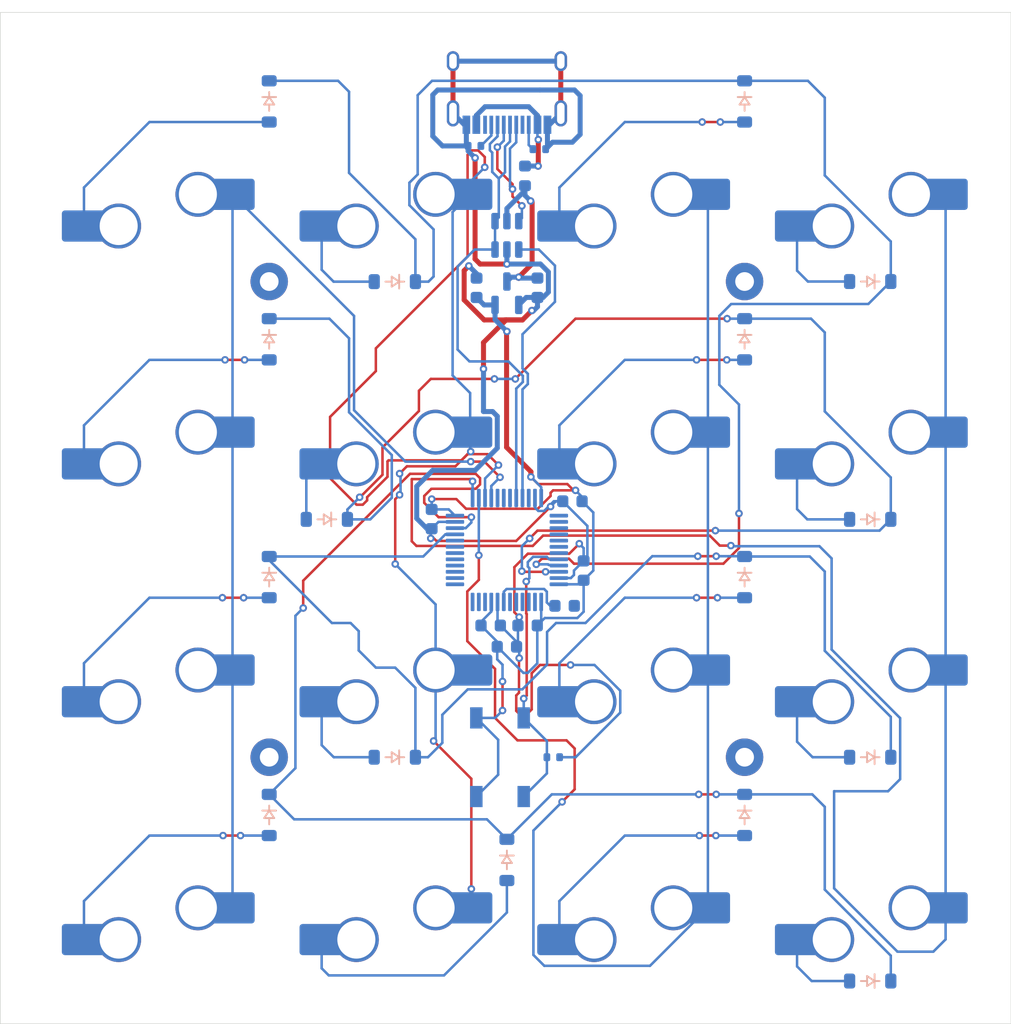
<source format=kicad_pcb>
(kicad_pcb (version 20241229) (generator "pcbnew") (generator_version "9.0")
  (layers (0 "F.Cu" signal) (2 "B.Cu" signal) (13 "F.Paste" user) (15 "B.Paste" user) (5 "F.SilkS" user "F.Silkscreen") (7 "B.SilkS" user "B.Silkscreen") (1 "F.Mask" user) (3 "B.Mask" user) (25 "Edge.Cuts" user))
  (net 0 "")
  (net 1 "Net-(D1-A)")
  (net 2 "Net-(D2-A)")
  (net 3 "Net-(D3-A)")
  (net 4 "Net-(D4-A)")
  (net 5 "Net-(D5-A)")
  (net 6 "Net-(D6-A)")
  (net 7 "Net-(D7-A)")
  (net 8 "Net-(D8-A)")
  (net 9 "Net-(D9-A)")
  (net 10 "Net-(D10-A)")
  (net 11 "Net-(D11-A)")
  (net 12 "Net-(D12-A)")
  (net 13 "Net-(D13-A)")
  (net 14 "Net-(D14-A)")
  (net 15 "Net-(D15-A)")
  (net 16 "Net-(D16-A)")
  (net 17 "GND")
  (net 18 "Net-(U1-NRST)")
  (net 19 "+3V3")
  (net 20 "+5V")
  (net 21 "VBUS")
  (net 22 "D+")
  (net 23 "D-")
  (net 24 "Net-(J1-CC1)")
  (net 25 "Net-(J1-CC2)")
  (net 26 "BOOT0")
  (net 54 "Row 1")
  (net 55 "Row 2")
  (net 56 "Row 3")
  (net 57 "Row 4")
  (net 58 "Column 1")
  (net 59 "Column 2")
  (net 60 "Column 3")
  (net 61 "Column 4")
  (footprint "" (layer "F.Cu") (at 73.455118 41.38)
    (property "Reference" "")
    (property "Value" "")
  )
  (footprint "" (layer "F.Cu") (at 73.455118 79.48)
    (property "Reference" "")
    (property "Value" "")
  )
  (footprint "" (layer "F.Cu") (at 35.355118 41.38)
    (property "Reference" "")
    (property "Value" "")
  )
  (footprint "" (layer "F.Cu") (at 35.355118 79.48)
    (property "Reference" "")
    (property "Value" "")
  )
  (footprint "ScottoKeebs_Components:Diode_SOD-123" (layer "B.Cu") (at 35.355118 84.105 -90)
    (property "Reference" "D1" (hide yes))
    (property "Value" "Diode")
  )
  (footprint "ScottoKeebs_Components:ESD_SOT-23-6" (layer "B.Cu") (at 54.405118 37.68 90)
    (property "Reference" "U2" (hide yes))
    (property "Value" "USBLC6-2P6" (hide yes))
  )
  (footprint "ScottoKeebs_Scotto:MX_Hotswap_1.00u" (layer "B.Cu") (at 83.615118 54.715 180)
    (property "Reference" "S12" (hide yes))
    (property "Value" "Keyswitch")
  )
  (footprint "ScottoKeebs_Components:Button_TL3342" (layer "B.Cu") (at 53.855118 79.48 -90)
    (property "Reference" "SW1" (hide yes))
    (property "Value" "SW_Push")
  )
  (footprint "ScottoKeebs_Components:Diode_SOD-123" (layer "B.Cu") (at 73.455118 46.005 -90)
    (property "Reference" "D11" (hide yes))
    (property "Value" "Diode")
  )
  (footprint "ScottoKeebs_Components:Resistor_0402" (layer "B.Cu") (at 51.810118 30.52 180)
    (property "Reference" "R2" (hide yes))
    (property "Value" "5.1K" (hide yes))
  )
  (footprint "ScottoKeebs_Components:USB_C_HRO_TYPE-C-31-M-12" (layer "B.Cu") (at 54.405118 24.78)
    (property "Reference" "J1" (hide yes))
    (property "Value" "USB_C_Receptacle_USB2.0_14P")
  )
  (footprint "ScottoKeebs_Scotto:MX_Hotswap_1.00u" (layer "B.Cu") (at 45.515118 73.765 180)
    (property "Reference" "S6" (hide yes))
    (property "Value" "Keyswitch")
  )
  (footprint "ScottoKeebs_Components:Diode_SOD-123" (layer "B.Cu") (at 83.522618 41.38 180)
    (property "Reference" "D16" (hide yes))
    (property "Value" "Diode")
  )
  (footprint "ScottoKeebs_Scotto:MX_Hotswap_1.00u" (layer "B.Cu") (at 26.465118 54.715 180)
    (property "Reference" "S9" (hide yes))
    (property "Value" "Keyswitch")
  )
  (footprint "ScottoKeebs_Components:Diode_SOD-123" (layer "B.Cu") (at 83.522618 60.43 180)
    (property "Reference" "D12" (hide yes))
    (property "Value" "Diode")
  )
  (footprint "ScottoKeebs_Components:Capacitor_0603" (layer "B.Cu") (at 51.975118 41.88 90)
    (property "Reference" "C9" (hide yes))
    (property "Value" "1uf" (hide yes))
  )
  (footprint "ScottoKeebs_Scotto:MX_Hotswap_1.00u" (layer "B.Cu") (at 64.565118 73.765 180)
    (property "Reference" "S7" (hide yes))
    (property "Value" "Keyswitch")
  )
  (footprint "ScottoKeebs_Components:Resistor_0402" (layer "B.Cu") (at 57.000118 30.78)
    (property "Reference" "R3" (hide yes))
    (property "Value" "5.1K" (hide yes))
  )
  (footprint "ScottoKeebs_Components:Diode_SOD-123" (layer "B.Cu") (at 45.422618 41.39 180)
    (property "Reference" "D14" (hide yes))
    (property "Value" "Diode")
  )
  (footprint "ScottoKeebs_Scotto:MX_Hotswap_1.00u" (layer "B.Cu") (at 64.565118 92.815 180)
    (property "Reference" "S3" (hide yes))
    (property "Value" "Keyswitch")
  )
  (footprint "ScottoKeebs_Components:Diode_SOD-123" (layer "B.Cu") (at 73.455118 26.955 -90)
    (property "Reference" "D15" (hide yes))
    (property "Value" "Diode")
  )
  (footprint "ScottoKeebs_Components:Capacitor_0603" (layer "B.Cu") (at 53.105118 68.93)
    (property "Reference" "C4" (hide yes))
    (property "Value" "100nf" (hide yes))
  )
  (footprint "ScottoKeebs_Scotto:MX_Hotswap_1.00u" (layer "B.Cu") (at 83.615118 35.665 180)
    (property "Reference" "S16" (hide yes))
    (property "Value" "Keyswitch")
  )
  (footprint "ScottoKeebs_Components:Diode_SOD-123" (layer "B.Cu") (at 73.455118 65.055 -90)
    (property "Reference" "D7" (hide yes))
    (property "Value" "Diode")
  )
  (footprint "ScottoKeebs_Components:Package_LQFP-48_7x7mm_P0.5" (layer "B.Cu") (at 54.405118 62.88 90)
    (property "Reference" "U1" (hide yes))
    (property "Value" "STM32F103C8Tx" (hide yes))
  )
  (footprint "ScottoKeebs_Components:Diode_SOD-123" (layer "B.Cu") (at 35.355118 46.005 -90)
    (property "Reference" "D9" (hide yes))
    (property "Value" "Diode")
  )
  (footprint "ScottoKeebs_Scotto:MX_Hotswap_1.00u" (layer "B.Cu") (at 45.515118 35.665 180)
    (property "Reference" "S14" (hide yes))
    (property "Value" "Keyswitch")
  )
  (footprint "ScottoKeebs_Components:Diode_SOD-123" (layer "B.Cu") (at 39.975118 60.43 180)
    (property "Reference" "D10" (hide yes))
    (property "Value" "Diode")
  )
  (footprint "ScottoKeebs_Components:Capacitor_0603" (layer "B.Cu") (at 60.555118 64.53 90)
    (property "Reference" "C5" (hide yes))
    (property "Value" "100nf" (hide yes))
  )
  (footprint "ScottoKeebs_Scotto:MX_Hotswap_1.00u" (layer "B.Cu") (at 64.565118 35.665 180)
    (property "Reference" "S15" (hide yes))
    (property "Value" "Keyswitch")
  )
  (footprint "ScottoKeebs_Components:Diode_SOD-123" (layer "B.Cu") (at 54.405118 87.705 -90)
    (property "Reference" "D2" (hide yes))
    (property "Value" "Diode")
  )
  (footprint "ScottoKeebs_Scotto:MX_Hotswap_1.00u" (layer "B.Cu") (at 64.565118 54.715 180)
    (property "Reference" "S11" (hide yes))
    (property "Value" "Keyswitch")
  )
  (footprint "ScottoKeebs_Components:Capacitor_0603" (layer "B.Cu") (at 56.065118 68.93 180)
    (property "Reference" "C3" (hide yes))
    (property "Value" "100nf" (hide yes))
  )
  (footprint "ScottoKeebs_Components:Capacitor_0603" (layer "B.Cu") (at 48.375118 60.405 -90)
    (property "Reference" "C6" (hide yes))
    (property "Value" "100nf" (hide yes))
  )
  (footprint "ScottoKeebs_Components:Diode_SOD-123" (layer "B.Cu") (at 45.422618 79.48 180)
    (property "Reference" "D6" (hide yes))
    (property "Value" "Diode")
  )
  (footprint "ScottoKeebs_Components:Fuse_0603" (layer "B.Cu") (at 55.855118 32.9175 -90)
    (property "Reference" "F1" (hide yes))
    (property "Value" "500mA" (hide yes))
  )
  (footprint "ScottoKeebs_Components:Diode_SOD-123" (layer "B.Cu") (at 83.522618 97.405 180)
    (property "Reference" "D4" (hide yes))
    (property "Value" "Diode")
  )
  (footprint "ScottoKeebs_Components:Diode_SOD-123" (layer "B.Cu") (at 83.522618 79.48 180)
    (property "Reference" "D8" (hide yes))
    (property "Value" "Diode")
  )
  (footprint "ScottoKeebs_Scotto:MX_Hotswap_1.00u" (layer "B.Cu") (at 26.465118 35.665 180)
    (property "Reference" "S13" (hide yes))
    (property "Value" "Keyswitch")
  )
  (footprint "ScottoKeebs_Scotto:MX_Hotswap_1.00u" (layer "B.Cu") (at 45.510118 54.715 180)
    (property "Reference" "S10" (hide yes))
    (property "Value" "Keyswitch")
  )
  (footprint "ScottoKeebs_Components:Diode_SOD-123" (layer "B.Cu") (at 73.455118 84.105 -90)
    (property "Reference" "D3" (hide yes))
    (property "Value" "Diode")
  )
  (footprint "ScottoKeebs_Scotto:MX_Hotswap_1.00u" (layer "B.Cu") (at 83.615118 73.765 180)
    (property "Reference" "S8" (hide yes))
    (property "Value" "Keyswitch")
  )
  (footprint "ScottoKeebs_Scotto:MX_Hotswap_1.00u" (layer "B.Cu") (at 26.465118 92.815 180)
    (property "Reference" "S1" (hide yes))
    (property "Value" "Keyswitch")
  )
  (footprint "ScottoKeebs_Components:Voltage_SOT-23" (layer "B.Cu") (at 54.405118 42.3175 90)
    (property "Reference" "U3" (hide yes))
    (property "Value" "XC6206PxxxMR")
  )
  (footprint "ScottoKeebs_Components:Capacitor_0603" (layer "B.Cu") (at 56.855118 41.88 -90)
    (property "Reference" "C8" (hide yes))
    (property "Value" "1uf" (hide yes))
  )
  (footprint "ScottoKeebs_Components:Capacitor_0603" (layer "B.Cu") (at 59.655118 58.98 180)
    (property "Reference" "C2" (hide yes))
    (property "Value" "100nf" (hide yes))
  )
  (footprint "ScottoKeebs_Scotto:MX_Hotswap_1.00u" (layer "B.Cu") (at 83.615118 92.815 180)
    (property "Reference" "S4" (hide yes))
    (property "Value" "Keyswitch")
  )
  (footprint "ScottoKeebs_Components:Diode_SOD-123" (layer "B.Cu") (at 35.355118 65.055 -90)
    (property "Reference" "D5" (hide yes))
    (property "Value" "Diode")
  )
  (footprint "ScottoKeebs_Components:Resistor_0402" (layer "B.Cu") (at 58.120118 79.48)
    (property "Reference" "R1" (hide yes))
    (property "Value" "10K" (hide yes))
  )
  (footprint "ScottoKeebs_Scotto:MX_Hotswap_1.00u" (layer "B.Cu") (at 45.515118 92.815 180)
    (property "Reference" "S2" (hide yes))
    (property "Value" "Keyswitch")
  )
  (footprint "ScottoKeebs_Scotto:MX_Hotswap_1.00u" (layer "B.Cu") (at 26.465118 73.765 180)
    (property "Reference" "S5" (hide yes))
    (property "Value" "Keyswitch")
  )
  (footprint "ScottoKeebs_Components:Capacitor_0603" (layer "B.Cu") (at 59.030118 67.355 180)
    (property "Reference" "C1" (hide yes))
    (property "Value" "100nf" (hide yes))
  )
  (footprint "ScottoKeebs_Components:Diode_SOD-123" (layer "B.Cu") (at 35.355118 26.955 -90)
    (property "Reference" "D13" (hide yes))
    (property "Value" "Diode")
  )
  (footprint "ScottoKeebs_Components:Capacitor_0603" (layer "B.Cu") (at 54.405118 70.63)
    (property "Reference" "C7" (hide yes))
    (property "Value" "10uf" (hide yes))
  )
  (gr_rect (start 13.805118 19.83) (end 94.805118 100.83) (stroke (width 0.05)) (fill no) (layer "Edge.Cuts"))
  (segment (start 31.655118 85.755) (end 33.055118 85.755) (width 0.2) (layer "F.Cu") (net 1))
  (via (at 33.055118 85.755) (size 0.6) (drill 0.3) (layers "F.Cu" "B.Cu") (net 1))
  (via (at 31.655118 85.755) (size 0.6) (drill 0.3) (layers "F.Cu" "B.Cu") (net 1))
  (segment (start 20.510118 91.001598) (end 25.756716 85.755) (width 0.2) (layer "B.Cu") (net 1))
  (segment (start 33.055118 85.755) (end 35.355118 85.755) (width 0.2) (layer "B.Cu") (net 1))
  (segment (start 20.510118 94.085) (end 20.510118 91.001598) (width 0.2) (layer "B.Cu") (net 1))
  (segment (start 25.756716 85.755) (end 31.655118 85.755) (width 0.2) (layer "B.Cu") (net 1))
  (segment (start 54.405118 91.914744) (end 54.405118 89.355) (width 0.2) (layer "B.Cu") (net 2))
  (segment (start 39.560118 94.085) (end 39.560118 96.385) (width 0.2) (layer "B.Cu") (net 2))
  (segment (start 40.130118 96.955) (end 49.364862 96.955) (width 0.2) (layer "B.Cu") (net 2))
  (segment (start 49.364862 96.955) (end 54.405118 91.914744) (width 0.2) (layer "B.Cu") (net 2))
  (segment (start 39.560118 96.385) (end 40.130118 96.955) (width 0.2) (layer "B.Cu") (net 2))
  (segment (start 69.830118 85.755) (end 71.155118 85.755) (width 0.2) (layer "F.Cu") (net 3))
  (via (at 71.155118 85.755) (size 0.6) (drill 0.3) (layers "F.Cu" "B.Cu") (net 3))
  (via (at 69.830118 85.755) (size 0.6) (drill 0.3) (layers "F.Cu" "B.Cu") (net 3))
  (segment (start 58.610118 94.085) (end 58.610118 91.001598) (width 0.2) (layer "B.Cu") (net 3))
  (segment (start 63.856716 85.755) (end 69.830118 85.755) (width 0.2) (layer "B.Cu") (net 3))
  (segment (start 71.155118 85.755) (end 73.455118 85.755) (width 0.2) (layer "B.Cu") (net 3))
  (segment (start 58.610118 91.001598) (end 63.856716 85.755) (width 0.2) (layer "B.Cu") (net 3))
  (segment (start 77.660118 96.235) (end 78.830118 97.405) (width 0.2) (layer "B.Cu") (net 4))
  (segment (start 77.660118 94.085) (end 77.660118 96.235) (width 0.2) (layer "B.Cu") (net 4))
  (segment (start 78.830118 97.405) (end 81.872618 97.405) (width 0.2) (layer "B.Cu") (net 4))
  (segment (start 31.605118 66.705) (end 33.305118 66.705) (width 0.2) (layer "F.Cu") (net 5))
  (via (at 31.605118 66.705) (size 0.6) (drill 0.3) (layers "F.Cu" "B.Cu") (net 5))
  (via (at 33.305118 66.705) (size 0.6) (drill 0.3) (layers "F.Cu" "B.Cu") (net 5))
  (segment (start 25.756716 66.705) (end 31.605118 66.705) (width 0.2) (layer "B.Cu") (net 5))
  (segment (start 20.510118 71.951598) (end 25.756716 66.705) (width 0.2) (layer "B.Cu") (net 5))
  (segment (start 20.510118 75.035) (end 20.510118 71.951598) (width 0.2) (layer "B.Cu") (net 5))
  (segment (start 33.305118 66.705) (end 35.355118 66.705) (width 0.2) (layer "B.Cu") (net 5))
  (segment (start 40.530118 79.48) (end 43.772618 79.48) (width 0.2) (layer "B.Cu") (net 6))
  (segment (start 39.560118 75.035) (end 39.560118 78.51) (width 0.2) (layer "B.Cu") (net 6))
  (segment (start 39.560118 78.51) (end 40.530118 79.48) (width 0.2) (layer "B.Cu") (net 6))
  (segment (start 69.605118 66.705) (end 71.280118 66.705) (width 0.2) (layer "F.Cu") (net 7))
  (via (at 69.605118 66.705) (size 0.6) (drill 0.3) (layers "F.Cu" "B.Cu") (net 7))
  (via (at 71.280118 66.705) (size 0.6) (drill 0.3) (layers "F.Cu" "B.Cu") (net 7))
  (segment (start 63.855118 66.705) (end 69.605118 66.705) (width 0.2) (layer "B.Cu") (net 7))
  (segment (start 58.610118 71.95) (end 63.855118 66.705) (width 0.2) (layer "B.Cu") (net 7))
  (segment (start 71.280118 66.705) (end 73.455118 66.705) (width 0.2) (layer "B.Cu") (net 7))
  (segment (start 58.610118 75.035) (end 58.610118 71.95) (width 0.2) (layer "B.Cu") (net 7))
  (segment (start 78.905118 79.48) (end 81.872618 79.48) (width 0.2) (layer "B.Cu") (net 8))
  (segment (start 77.660118 78.235) (end 78.905118 79.48) (width 0.2) (layer "B.Cu") (net 8))
  (segment (start 77.660118 75.035) (end 77.660118 78.235) (width 0.2) (layer "B.Cu") (net 8))
  (segment (start 33.380118 47.655) (end 31.815118 47.655) (width 0.2) (layer "F.Cu") (net 9))
  (via (at 31.815118 47.655) (size 0.6) (drill 0.3) (layers "F.Cu" "B.Cu") (net 9))
  (via (at 33.380118 47.655) (size 0.6) (drill 0.3) (layers "F.Cu" "B.Cu") (net 9))
  (segment (start 20.510118 52.901598) (end 20.510118 55.985) (width 0.2) (layer "B.Cu") (net 9))
  (segment (start 25.756716 47.655) (end 20.510118 52.901598) (width 0.2) (layer "B.Cu") (net 9))
  (segment (start 35.355118 47.655) (end 33.380118 47.655) (width 0.2) (layer "B.Cu") (net 9))
  (segment (start 31.815118 47.655) (end 25.756716 47.655) (width 0.2) (layer "B.Cu") (net 9))
  (segment (start 38.330118 60.425) (end 38.325118 60.43) (width 0.2) (layer "B.Cu") (net 10))
  (segment (start 38.330118 57.21) (end 38.330118 60.425) (width 0.2) (layer "B.Cu") (net 10))
  (segment (start 39.555118 55.985) (end 38.330118 57.21) (width 0.2) (layer "B.Cu") (net 10))
  (segment (start 69.605118 47.655) (end 72.030118 47.655) (width 0.2) (layer "F.Cu") (net 11))
  (via (at 72.030118 47.655) (size 0.6) (drill 0.3) (layers "F.Cu" "B.Cu") (net 11))
  (via (at 69.605118 47.655) (size 0.6) (drill 0.3) (layers "F.Cu" "B.Cu") (net 11))
  (segment (start 58.610118 55.985) (end 58.610118 52.9) (width 0.2) (layer "B.Cu") (net 11))
  (segment (start 63.855118 47.655) (end 69.605118 47.655) (width 0.2) (layer "B.Cu") (net 11))
  (segment (start 58.610118 52.9) (end 63.855118 47.655) (width 0.2) (layer "B.Cu") (net 11))
  (segment (start 72.030118 47.655) (end 73.455118 47.655) (width 0.2) (layer "B.Cu") (net 11))
  (segment (start 78.480118 60.43) (end 81.872618 60.43) (width 0.2) (layer "B.Cu") (net 12))
  (segment (start 77.660118 55.985) (end 77.660118 59.61) (width 0.2) (layer "B.Cu") (net 12))
  (segment (start 77.660118 59.61) (end 78.480118 60.43) (width 0.2) (layer "B.Cu") (net 12))
  (segment (start 25.756716 28.605) (end 20.510118 33.851598) (width 0.2) (layer "B.Cu") (net 13))
  (segment (start 20.510118 33.851598) (end 20.510118 36.935) (width 0.2) (layer "B.Cu") (net 13))
  (segment (start 35.355118 28.605) (end 25.756716 28.605) (width 0.2) (layer "B.Cu") (net 13))
  (segment (start 40.515118 41.39) (end 43.772618 41.39) (width 0.2) (layer "B.Cu") (net 14))
  (segment (start 39.560118 36.935) (end 39.560118 40.435) (width 0.2) (layer "B.Cu") (net 14))
  (segment (start 39.560118 40.435) (end 40.515118 41.39) (width 0.2) (layer "B.Cu") (net 14))
  (segment (start 70.055118 28.605) (end 71.505118 28.605) (width 0.2) (layer "F.Cu") (net 15))
  (via (at 71.505118 28.605) (size 0.6) (drill 0.3) (layers "F.Cu" "B.Cu") (net 15))
  (via (at 70.055118 28.605) (size 0.6) (drill 0.3) (layers "F.Cu" "B.Cu") (net 15))
  (segment (start 71.505118 28.605) (end 73.455118 28.605) (width 0.2) (layer "B.Cu") (net 15))
  (segment (start 58.610118 33.851598) (end 63.856716 28.605) (width 0.2) (layer "B.Cu") (net 15))
  (segment (start 58.610118 36.935) (end 58.610118 33.851598) (width 0.2) (layer "B.Cu") (net 15))
  (segment (start 63.856716 28.605) (end 70.055118 28.605) (width 0.2) (layer "B.Cu") (net 15))
  (segment (start 77.660118 40.51) (end 78.530118 41.38) (width 0.2) (layer "B.Cu") (net 16))
  (segment (start 77.660118 36.935) (end 77.660118 40.51) (width 0.2) (layer "B.Cu") (net 16))
  (segment (start 78.530118 41.38) (end 81.872618 41.38) (width 0.2) (layer "B.Cu") (net 16))
  (segment (start 54.405118 39.98) (end 52.255118 39.98) (width 0.4) (layer "F.Cu") (net 17))
  (segment (start 52.255118 39.98) (end 51.855118 39.58) (width 0.4) (layer "F.Cu") (net 17))
  (segment (start 48.305118 61.955) (end 48.555118 61.955) (width 0.2) (layer "F.Cu") (net 17))
  (segment (start 55.155118 75.77) (end 55.155118 74.531471) (width 0.2) (layer "F.Cu") (net 17))
  (segment (start 59.505118 72.09) (end 57.055118 72.09) (width 0.2) (layer "F.Cu") (net 17))
  (segment (start 55.655118 44.455) (end 56.405118 43.705) (width 0.4) (layer "F.Cu") (net 17))
  (segment (start 50.980118 40.505) (end 50.980118 42.855) (width 0.4) (layer "F.Cu") (net 17))
  (segment (start 55.375118 71.56027) (end 55.392017 71.543371) (width 0.2) (layer "F.Cu") (net 17))
  (segment (start 60.205118 62.38) (end 59.405118 63.18) (width 0.2) (layer "F.Cu") (net 17))
  (segment (start 48.755118 62.155) (end 55.155118 62.155) (width 0.2) (layer "F.Cu") (net 17))
  (segment (start 56.392017 72.753101) (end 56.392017 75.653101) (width 0.2) (layer "F.Cu") (net 17))
  (segment (start 56.080118 63.18) (end 55.005118 64.255) (width 0.2) (layer "F.Cu") (net 17))
  (segment (start 51.355118 40.13) (end 50.980118 40.505) (width 0.4) (layer "F.Cu") (net 17))
  (segment (start 55.395118 76.01) (end 55.155118 75.77) (width 0.2) (layer "F.Cu") (net 17))
  (segment (start 48.555118 61.955) (end 48.755118 62.155) (width 0.2) (layer "F.Cu") (net 17))
  (segment (start 55.155118 62.155) (end 57.905118 59.405) (width 0.2) (layer "F.Cu") (net 17))
  (segment (start 50.980118 42.855) (end 52.580118 44.455) (width 0.4) (layer "F.Cu") (net 17))
  (segment (start 50.085118 27.91) (end 50.085118 23.73) (width 0.4) (layer "F.Cu") (net 17))
  (segment (start 54.340168 44.455) (end 52.530118 46.26505) (width 0.4) (layer "F.Cu") (net 17))
  (segment (start 55.005118 67.870836) (end 55.392017 68.257735) (width 0.2) (layer "F.Cu") (net 17))
  (segment (start 58.725118 27.91) (end 58.725118 23.73) (width 0.4) (layer "F.Cu") (net 17))
  (segment (start 56.392017 75.653101) (end 56.035118 76.01) (width 0.2) (layer "F.Cu") (net 17))
  (segment (start 57.055118 72.09) (end 56.392017 72.753101) (width 0.2) (layer "F.Cu") (net 17))
  (segment (start 55.005118 64.255) (end 55.005118 67.870836) (width 0.2) (layer "F.Cu") (net 17))
  (segment (start 48.302148 61.95203) (end 48.305118 61.955) (width 0.2) (layer "F.Cu") (net 17))
  (segment (start 51.855118 39.58) (end 51.855118 31.48) (width 0.4) (layer "F.Cu") (net 17))
  (segment (start 55.375118 74.311471) (end 55.375118 71.56027) (width 0.2) (layer "F.Cu") (net 17))
  (segment (start 52.580118 44.455) (end 54.230118 44.455) (width 0.4) (layer "F.Cu") (net 17))
  (segment (start 55.155118 74.531471) (end 55.375118 74.311471) (width 0.2) (layer "F.Cu") (net 17))
  (segment (start 55.655118 44.455) (end 54.340168 44.455) (width 0.4) (layer "F.Cu") (net 17))
  (segment (start 54.230118 44.455) (end 55.655118 44.455) (width 0.4) (layer "F.Cu") (net 17))
  (segment (start 59.405118 63.18) (end 56.080118 63.18) (width 0.2) (layer "F.Cu") (net 17))
  (segment (start 52.530118 46.26505) (end 52.530118 48.38) (width 0.4) (layer "F.Cu") (net 17))
  (segment (start 56.035118 76.01) (end 55.395118 76.01) (width 0.2) (layer "F.Cu") (net 17))
  (via (at 60.205118 62.38) (size 0.6) (drill 0.3) (layers "F.Cu" "B.Cu") (net 17))
  (via (at 59.505118 72.09) (size 0.6) (drill 0.3) (layers "F.Cu" "B.Cu") (net 17))
  (via (at 51.355118 40.13) (size 0.6) (drill 0.3) (layers "F.Cu" "B.Cu") (net 17))
  (via (at 57.905118 59.405) (size 0.6) (drill 0.3) (layers "F.Cu" "B.Cu") (net 17))
  (via (at 48.302148 61.95203) (size 0.6) (drill 0.3) (layers "F.Cu" "B.Cu") (net 17))
  (via (at 54.405118 39.98) (size 0.6) (drill 0.3) (layers "F.Cu" "B.Cu") (net 17))
  (via (at 55.392017 68.257735) (size 0.6) (drill 0.3) (layers "F.Cu" "B.Cu") (net 17))
  (via (at 56.405118 43.705) (size 0.6) (drill 0.3) (layers "F.Cu" "B.Cu") (net 17))
  (via (at 52.530118 48.38) (size 0.6) (drill 0.3) (layers "F.Cu" "B.Cu") (net 17))
  (via (at 51.855118 31.48) (size 0.6) (drill 0.3) (layers "F.Cu" "B.Cu") (net 17))
  (via (at 55.392017 71.543371) (size 0.6) (drill 0.3) (layers "F.Cu" "B.Cu") (net 17))
  (segment (start 52.530118 48.38) (end 52.530118 51.795) (width 0.4) (layer "B.Cu") (net 17))
  (segment (start 48.465118 26.43) (end 48.465118 29.74) (width 0.4) (layer "B.Cu") (net 17))
  (segment (start 59.530118 65.13) (end 58.567618 65.13) (width 0.2) (layer "B.Cu") (net 17))
  (segment (start 55.290118 68.93) (end 55.290118 68.359634) (width 0.2) (layer "B.Cu") (net 17))
  (segment (start 55.392017 70.841899) (end 55.180118 70.63) (width 0.2) (layer "B.Cu") (net 17))
  (segment (start 48.455118 56.505) (end 47.180118 57.78) (width 0.4) (layer "B.Cu") (net 17))
  (segment (start 59.780118 64.53) (end 59.780118 64.88) (width 0.2) (layer "B.Cu") (net 17))
  (segment (start 51.300118 30.925) (end 51.855118 31.48) (width 0.4) (layer "B.Cu") (net 17))
  (segment (start 57.730118 40.614882) (end 57.730118 42.23) (width 0.4) (layer "B.Cu") (net 17))
  (segment (start 51.155118 28.825) (end 51.000118 28.825) (width 0.4) (layer "B.Cu") (net 17))
  (segment (start 59.825118 26.04) (end 57.051134 26.04) (width 0.4) (layer "B.Cu") (net 17))
  (segment (start 49.245118 30.52) (end 51.300118 30.52) (width 0.4) (layer "B.Cu") (net 17))
  (segment (start 48.375118 61.18) (end 48.925118 60.63) (width 0.2) (layer "B.Cu") (net 17))
  (segment (start 57.810118 28.825) (end 58.725118 27.91) (width 0.4) (layer "B.Cu") (net 17))
  (segment (start 51.155118 28.825) (end 51.155118 30.375) (width 0.4) (layer "B.Cu") (net 17))
  (segment (start 55.290118 68.93) (end 55.290118 70.52) (width 0.2) (layer "B.Cu") (net 17))
  (segment (start 56.855118 43.405) (end 56.855118 42.655) (width 0.4) (layer "B.Cu") (net 17))
  (segment (start 57.305118 42.655) (end 56.855118 42.655) (width 0.4) (layer "B.Cu") (net 17))
  (segment (start 53.635118 52.168834) (end 53.635118 54.721166) (width 0.4) (layer "B.Cu") (net 17))
  (segment (start 57.387528 59.755) (end 56.922708 59.755) (width 0.2) (layer "B.Cu") (net 17))
  (segment (start 51.975118 41.105) (end 51.975118 40.75) (width 0.4) (layer "B.Cu") (net 17))
  (segment (start 57.655118 30.635) (end 57.510118 30.78) (width 0.4) (layer "B.Cu") (net 17))
  (segment (start 48.380118 61.185) (end 48.375118 61.18) (width 0.2) (layer "B.Cu") (net 17))
  (segment (start 58.162528 58.98) (end 57.387528 59.755) (width 0.2) (layer "B.Cu") (net 17))
  (segment (start 58.330118 58.98) (end 57.905118 59.405) (width 0.2) (layer "B.Cu") (net 17))
  (segment (start 60.205118 62.38) (end 60.555118 62.73) (width 0.2) (layer "B.Cu") (net 17))
  (segment (start 56.855118 42.655) (end 55.955118 42.655) (width 0.4) (layer "B.Cu") (net 17))
  (segment (start 48.380118 61.399863) (end 48.380118 61.185) (width 0.2) (layer "B.Cu") (net 17))
  (segment (start 53.880118 68.93) (end 53.655118 68.705) (width 0.2) (layer "B.Cu") (net 17))
  (segment (start 51.300118 30.52) (end 51.300118 30.925) (width 0.4) (layer "B.Cu") (net 17))
  (segment (start 51.000118 28.825) (end 50.085118 27.91) (width 0.4) (layer "B.Cu") (net 17))
  (segment (start 59.914967 79.48) (end 63.490118 75.904849) (width 0.2) (layer "B.Cu") (net 17))
  (segment (start 63.490118 75.904849) (end 63.490118 74.155) (width 0.2) (layer "B.Cu") (net 17))
  (segment (start 50.085118 23.73) (end 58.725118 23.73) (width 0.4) (layer "B.Cu") (net 17))
  (segment (start 58.880118 58.98) (end 58.162528 58.98) (width 0.2) (layer "B.Cu") (net 17))
  (segment (start 61.425118 72.09) (end 59.505118 72.09) (width 0.2) (layer "B.Cu") (net 17))
  (segment (start 48.302148 61.95203) (end 48.302148 61.477833) (width 0.2) (layer "B.Cu") (net 17))
  (segment (start 51.975118 40.75) (end 51.355118 40.13) (width 0.4) (layer "B.Cu") (net 17))
  (segment (start 52.530118 51.795) (end 53.261284 51.795) (width 0.4) (layer "B.Cu") (net 17))
  (segment (start 53.635118 54.721166) (end 51.851284 56.505) (width 0.4) (layer "B.Cu") (net 17))
  (segment (start 57.051134 26.04) (end 48.855118 26.04) (width 0.4) (layer "B.Cu") (net 17))
  (segment (start 53.880118 68.93) (end 55.180118 70.23) (width 0.2) (layer "B.Cu") (net 17))
  (segment (start 57.730118 42.23) (end 57.305118 42.655) (width 0.4) (layer "B.Cu") (net 17))
  (segment (start 51.155118 30.375) (end 51.300118 30.52) (width 0.4) (layer "B.Cu") (net 17))
  (segment (start 56.405118 43.705) (end 56.555118 43.705) (width 0.4) (layer "B.Cu") (net 17))
  (segment (start 48.005118 61.18) (end 48.375118 61.18) (width 0.4) (layer "B.Cu") (net 17))
  (segment (start 56.655118 59.48741) (end 56.655118 58.7175) (width 0.2) (layer "B.Cu") (net 17))
  (segment (start 60.555118 63.755) (end 60.855118 63.455) (width 0.2) (layer "B.Cu") (net 17))
  (segment (start 55.290118 68.359634) (end 55.392017 68.257735) (width 0.2) (layer "B.Cu") (net 17))
  (segment (start 53.655118 68.705) (end 53.655118 67.0425) (width 0.2) (layer "B.Cu") (net 17))
  (segment (start 53.261284 51.795) (end 53.635118 52.168834) (width 0.4) (layer "B.Cu") (net 17))
  (segment (start 60.275118 26.49) (end 59.825118 26.04) (width 0.4) (layer "B.Cu") (net 17))
  (segment (start 58.880118 58.98) (end 58.330118 58.98) (width 0.2) (layer "B.Cu") (net 17))
  (segment (start 60.855118 63.455) (end 60.855118 60.955) (width 0.2) (layer "B.Cu") (net 17))
  (segment (start 60.555118 63.755) (end 59.780118 64.53) (width 0.2) (layer "B.Cu") (net 17))
  (segment (start 54.405118 39.98) (end 57.095236 39.98) (width 0.4) (layer "B.Cu") (net 17))
  (segment (start 48.465118 29.74) (end 49.245118 30.52) (width 0.4) (layer "B.Cu") (net 17))
  (segment (start 55.290118 70.52) (end 55.180118 70.63) (width 0.2) (layer "B.Cu") (net 17))
  (segment (start 58.630118 79.48) (end 59.914967 79.48) (width 0.2) (layer "B.Cu") (net 17))
  (segment (start 57.095236 39.98) (end 57.730118 40.614882) (width 0.4) (layer "B.Cu") (net 17))
  (segment (start 56.922708 59.755) (end 56.655118 59.48741) (width 0.2) (layer "B.Cu") (net 17))
  (segment (start 60.855118 60.955) (end 58.880118 58.98) (width 0.2) (layer "B.Cu") (net 17))
  (segment (start 56.555118 43.705) (end 56.855118 43.405) (width 0.4) (layer "B.Cu") (net 17))
  (segment (start 57.510118 30.78) (end 58.070118 30.22) (width 0.4) (layer "B.Cu") (net 17))
  (segment (start 60.555118 62.73) (end 60.555118 63.755) (width 0.2) (layer "B.Cu") (net 17))
  (segment (start 48.925118 60.63) (end 50.242618 60.63) (width 0.2) (layer "B.Cu") (net 17))
  (segment (start 51.851284 56.505) (end 48.455118 56.505) (width 0.4) (layer "B.Cu") (net 17))
  (segment (start 58.070118 30.22) (end 59.655118 30.22) (width 0.4) (layer "B.Cu") (net 17))
  (segment (start 47.180118 60.355) (end 48.005118 61.18) (width 0.4) (layer "B.Cu") (net 17))
  (segment (start 57.655118 28.825) (end 57.655118 30.635) (width 0.4) (layer "B.Cu") (net 17))
  (segment (start 63.490118 74.155) (end 61.425118 72.09) (width 0.2) (layer "B.Cu") (net 17))
  (segment (start 60.275118 29.6) (end 60.275118 26.49) (width 0.4) (layer "B.Cu") (net 17))
  (segment (start 48.302148 61.477833) (end 48.380118 61.399863) (width 0.2) (layer "B.Cu") (net 17))
  (segment (start 57.655118 28.825) (end 57.810118 28.825) (width 0.4) (layer "B.Cu") (net 17))
  (segment (start 55.180118 70.23) (end 55.180118 70.63) (width 0.2) (layer "B.Cu") (net 17))
  (segment (start 55.955118 42.655) (end 55.355118 43.255) (width 0.4) (layer "B.Cu") (net 17))
  (segment (start 54.405118 39.98) (end 54.405118 38.8175) (width 0.4) (layer "B.Cu") (net 17))
  (segment (start 48.855118 26.04) (end 48.465118 26.43) (width 0.4) (layer "B.Cu") (net 17))
  (segment (start 55.392017 71.543371) (end 55.392017 70.841899) (width 0.2) (layer "B.Cu") (net 17))
  (segment (start 47.180118 57.78) (end 47.180118 60.355) (width 0.4) (layer "B.Cu") (net 17))
  (segment (start 59.655118 30.22) (end 60.275118 29.6) (width 0.4) (layer "B.Cu") (net 17))
  (segment (start 59.780118 64.88) (end 59.530118 65.13) (width 0.2) (layer "B.Cu") (net 17))
  (segment (start 57.605118 66.22259) (end 57.387528 66.005) (width 0.2) (layer "B.Cu") (net 18))
  (segment (start 54.380118 66.005) (end 54.155118 66.23) (width 0.2) (layer "B.Cu") (net 18))
  (segment (start 54.155118 66.23) (end 54.155118 67.0425) (width 0.2) (layer "B.Cu") (net 18))
  (segment (start 57.880118 67.355) (end 57.605118 67.08) (width 0.2) (layer "B.Cu") (net 18))
  (segment (start 57.387528 66.005) (end 54.380118 66.005) (width 0.2) (layer "B.Cu") (net 18))
  (segment (start 58.255118 67.355) (end 57.880118 67.355) (width 0.2) (layer "B.Cu") (net 18))
  (segment (start 57.605118 67.08) (end 57.605118 66.22259) (width 0.2) (layer "B.Cu") (net 18))
  (segment (start 59.905118 58.105) (end 58.105118 58.105) (width 0.2) (layer "F.Cu") (net 19))
  (segment (start 51.130118 59.58) (end 50.355118 58.805) (width 0.2) (layer "F.Cu") (net 19))
  (segment (start 56.881589 59.58) (end 51.130118 59.58) (width 0.2) (layer "F.Cu") (net 19))
  (segment (start 56.330118 57.03) (end 56.905118 57.605) (width 0.2) (layer "F.Cu") (net 19))
  (segment (start 57.905118 58.305) (end 57.905118 58.556471) (width 0.2) (layer "F.Cu") (net 19))
  (segment (start 50.355118 58.805) (end 48.380118 58.805) (width 0.2) (layer "F.Cu") (net 19))
  (segment (start 54.380118 45.405) (end 54.405118 45.38) (width 0.4) (layer "F.Cu") (net 19))
  (segment (start 56.330118 57.03) (end 56.330118 56.61) (width 0.4) (layer "F.Cu") (net 19))
  (segment (start 56.905118 57.605) (end 59.255118 57.605) (width 0.2) (layer "F.Cu") (net 19))
  (segment (start 54.055118 73.41) (end 54.055118 75.74) (width 0.2) (layer "F.Cu") (net 19))
  (segment (start 56.330118 56.61) (end 54.380118 54.66) (width 0.4) (layer "F.Cu") (net 19))
  (segment (start 59.255118 57.605) (end 59.755118 58.105) (width 0.2) (layer "F.Cu") (net 19))
  (segment (start 54.380118 54.66) (end 54.380118 45.405) (width 0.4) (layer "F.Cu") (net 19))
  (segment (start 59.755118 58.105) (end 59.905118 58.105) (width 0.2) (layer "F.Cu") (net 19))
  (segment (start 57.905118 58.556471) (end 56.881589 59.58) (width 0.2) (layer "F.Cu") (net 19))
  (segment (start 58.105118 58.105) (end 57.905118 58.305) (width 0.2) (layer "F.Cu") (net 19))
  (via (at 56.330118 57.03) (size 0.6) (drill 0.3) (layers "F.Cu" "B.Cu") (net 19))
  (via (at 54.055118 73.41) (size 0.6) (drill 0.3) (layers "F.Cu" "B.Cu") (net 19))
  (via (at 54.055118 75.74) (size 0.6) (drill 0.3) (layers "F.Cu" "B.Cu") (net 19))
  (via (at 54.405118 45.38) (size 0.6) (drill 0.3) (layers "F.Cu" "B.Cu") (net 19))
  (via (at 48.380118 58.805) (size 0.6) (drill 0.3) (layers "F.Cu" "B.Cu") (net 19))
  (via (at 59.905118 58.105) (size 0.6) (drill 0.3) (layers "F.Cu" "B.Cu") (net 19))
  (segment (start 56.840118 68.93) (end 57.155118 68.615) (width 0.2) (layer "B.Cu") (net 19))
  (segment (start 51.955118 82.63) (end 53.705118 80.88) (width 0.2) (layer "B.Cu") (net 19))
  (segment (start 52.575118 43.255) (end 53.455118 43.255) (width 0.4) (layer "B.Cu") (net 19))
  (segment (start 57.155118 57.855) (end 57.155118 58.7175) (width 0.2) (layer "B.Cu") (net 19))
  (segment (start 51.975118 42.655) (end 52.575118 43.255) (width 0.4) (layer "B.Cu") (net 19))
  (segment (start 52.330118 68.63741) (end 53.155118 67.81241) (width 0.2) (layer "B.Cu") (net 19))
  (segment (start 48.380118 58.805) (end 48.380118 59.625) (width 0.2) (layer "B.Cu") (net 19))
  (segment (start 57.440118 68.33) (end 60.053814 68.33) (width 0.2) (layer "B.Cu") (net 19))
  (segment (start 53.630118 71.645) (end 53.630118 70.63) (width 0.2) (layer "B.Cu") (net 19))
  (segment (start 53.705118 78.08) (end 51.955118 76.33) (width 0.2) (layer "B.Cu") (net 19))
  (segment (start 55.722275 72.722157) (end 56.082961 72.722157) (width 0.2) (layer "B.Cu") (net 19))
  (segment (start 56.840118 68.93) (end 57.440118 68.33) (width 0.2) (layer "B.Cu") (net 19))
  (segment (start 60.555118 65.305) (end 61.330118 64.53) (width 0.2) (layer "B.Cu") (net 19))
  (segment (start 52.330118 68.93) (end 53.630118 70.23) (width 0.2) (layer "B.Cu") (net 19))
  (segment (start 57.155118 68.615) (end 57.155118 67.0425) (width 0.2) (layer "B.Cu") (net 19))
  (segment (start 60.555118 67.828696) (end 60.555118 65.305) (width 0.2) (layer "B.Cu") (net 19))
  (segment (start 53.705118 80.88) (end 53.705118 78.08) (width 0.2) (layer "B.Cu") (net 19))
  (segment (start 56.082961 72.722157) (end 56.840118 71.965) (width 0.2) (layer "B.Cu") (net 19))
  (segment (start 53.155118 67.81241) (end 53.155118 67.0425) (width 0.2) (layer "B.Cu") (net 19))
  (segment (start 54.055118 72.07) (end 53.630118 71.645) (width 0.2) (layer "B.Cu") (net 19))
  (segment (start 52.330118 68.93) (end 52.330118 68.63741) (width 0.2) (layer "B.Cu") (net 19))
  (segment (start 53.455118 44.43) (end 54.405118 45.38) (width 0.4) (layer "B.Cu") (net 19))
  (segment (start 60.230118 65.63) (end 58.567618 65.63) (width 0.2) (layer "B.Cu") (net 19))
  (segment (start 53.630118 70.63) (end 55.722275 72.722157) (width 0.2) (layer "B.Cu") (net 19))
  (segment (start 48.375118 59.63) (end 49.742618 59.63) (width 0.2) (layer "B.Cu") (net 19))
  (segment (start 61.330118 64.53) (end 61.330118 59.88) (width 0.2) (layer "B.Cu") (net 19))
  (segment (start 61.330118 59.88) (end 60.430118 58.98) (width 0.2) (layer "B.Cu") (net 19))
  (segment (start 49.742618 59.63) (end 50.242618 60.13) (width 0.2) (layer "B.Cu") (net 19))
  (segment (start 53.455118 43.255) (end 53.455118 44.43) (width 0.4) (layer "B.Cu") (net 19))
  (segment (start 54.055118 75.74) (end 53.465118 76.33) (width 0.2) (layer "B.Cu") (net 19))
  (segment (start 60.430118 58.98) (end 60.430118 58.63) (width 0.2) (layer "B.Cu") (net 19))
  (segment (start 54.055118 73.41) (end 54.055118 72.07) (width 0.2) (layer "B.Cu") (net 19))
  (segment (start 60.053814 68.33) (end 60.555118 67.828696) (width 0.2) (layer "B.Cu") (net 19))
  (segment (start 60.430118 58.63) (end 59.905118 58.105) (width 0.2) (layer "B.Cu") (net 19))
  (segment (start 53.465118 76.33) (end 51.955118 76.33) (width 0.2) (layer "B.Cu") (net 19))
  (segment (start 56.840118 71.965) (end 56.840118 68.93) (width 0.2) (layer "B.Cu") (net 19))
  (segment (start 56.330118 57.03) (end 57.155118 57.855) (width 0.2) (layer "B.Cu") (net 19))
  (segment (start 48.380118 59.625) (end 48.375118 59.63) (width 0.2) (layer "B.Cu") (net 19))
  (segment (start 60.555118 65.305) (end 60.230118 65.63) (width 0.2) (layer "B.Cu") (net 19))
  (segment (start 53.630118 70.23) (end 53.630118 70.63) (width 0.2) (layer "B.Cu") (net 19))
  (segment (start 56.305118 34.93) (end 56.425093 35.049975) (width 0.4) (layer "F.Cu") (net 20))
  (segment (start 56.425093 35.049975) (end 56.425093 39.960025) (width 0.4) (layer "F.Cu") (net 20))
  (segment (start 56.425093 39.960025) (end 55.355118 41.03) (width 0.4) (layer "F.Cu") (net 20))
  (via (at 55.355118 41.03) (size 0.6) (drill 0.3) (layers "F.Cu" "B.Cu") (net 20))
  (via (at 56.305118 34.93) (size 0.6) (drill 0.3) (layers "F.Cu" "B.Cu") (net 20))
  (segment (start 55.855118 34.08) (end 54.405118 35.53) (width 0.4) (layer "B.Cu") (net 20))
  (segment (start 55.855118 34.48) (end 56.305118 34.93) (width 0.4) (layer "B.Cu") (net 20))
  (segment (start 54.405118 35.53) (end 54.405118 36.5425) (width 0.4) (layer "B.Cu") (net 20))
  (segment (start 55.430118 41.105) (end 55.355118 41.03) (width 0.2) (layer "B.Cu") (net 20))
  (segment (start 56.855118 41.105) (end 55.430118 41.105) (width 0.4) (layer "B.Cu") (net 20))
  (segment (start 55.855118 33.705) (end 55.855118 34.48) (width 0.4) (layer "B.Cu") (net 20))
  (segment (start 54.755118 41.03) (end 54.405118 41.38) (width 0.4) (layer "B.Cu") (net 20))
  (segment (start 55.355118 41.03) (end 54.755118 41.03) (width 0.4) (layer "B.Cu") (net 20))
  (segment (start 55.855118 33.705) (end 55.855118 34.08) (width 0.4) (layer "B.Cu") (net 20))
  (segment (start 56.921543 30.013575) (end 56.921543 32.113575) (width 0.4) (layer "F.Cu") (net 21))
  (segment (start 56.921543 32.113575) (end 56.905118 32.13) (width 0.4) (layer "F.Cu") (net 21))
  (via (at 56.921543 30.013575) (size 0.6) (drill 0.3) (layers "F.Cu" "B.Cu") (net 21))
  (via (at 56.905118 32.13) (size 0.6) (drill 0.3) (layers "F.Cu" "B.Cu") (net 21))
  (segment (start 56.155118 27.38) (end 56.855118 28.08) (width 0.4) (layer "B.Cu") (net 21))
  (segment (start 51.955118 28.08) (end 52.655118 27.38) (width 0.4) (layer "B.Cu") (net 21))
  (segment (start 56.855118 29.94715) (end 56.855118 28.825) (width 0.2) (layer "B.Cu") (net 21))
  (segment (start 51.955118 28.825) (end 51.955118 28.08) (width 0.4) (layer "B.Cu") (net 21))
  (segment (start 56.921543 30.013575) (end 56.855118 29.94715) (width 0.2) (layer "B.Cu") (net 21))
  (segment (start 52.655118 27.38) (end 56.155118 27.38) (width 0.4) (layer "B.Cu") (net 21))
  (segment (start 56.905118 32.13) (end 55.855118 32.13) (width 0.4) (layer "B.Cu") (net 21))
  (segment (start 56.855118 28.08) (end 56.855118 28.825) (width 0.4) (layer "B.Cu") (net 21))
  (segment (start 55.606064 35.319004) (end 54.855118 34.568058) (width 0.2) (layer "F.Cu") (net 22))
  (segment (start 53.639726 32.364608) (end 53.639726 30.614608) (width 0.2) (layer "F.Cu") (net 22))
  (segment (start 54.855118 33.98) (end 54.855118 33.58) (width 0.2) (layer "F.Cu") (net 22))
  (segment (start 54.855118 33.58) (end 53.639726 32.364608) (width 0.2) (layer "F.Cu") (net 22))
  (segment (start 54.855118 34.568058) (end 54.855118 33.98) (width 0.2) (layer "F.Cu") (net 22))
  (via (at 53.639726 30.614608) (size 0.6) (drill 0.3) (layers "F.Cu" "B.Cu") (net 22))
  (via (at 55.606064 35.319004) (size 0.6) (drill 0.3) (layers "F.Cu" "B.Cu") (net 22))
  (via (at 54.855118 33.98) (size 0.6) (drill 0.3) (layers "F.Cu" "B.Cu") (net 22))
  (segment (start 55.655118 48.340785) (end 56.080118 48.765785) (width 0.2) (layer "B.Cu") (net 22))
  (segment (start 55.606064 36.291554) (end 55.355118 36.5425) (width 0.2) (layer "B.Cu") (net 22))
  (segment (start 54.655118 30.730588) (end 55.155118 30.230588) (width 0.2) (layer "B.Cu") (net 22))
  (segment (start 55.606064 35.319004) (end 55.606064 36.291554) (width 0.2) (layer "B.Cu") (net 22))
  (segment (start 55.155118 30.230588) (end 55.155118 28.825) (width 0.2) (layer "B.Cu") (net 22))
  (segment (start 56.967618 38.8175) (end 58.255118 40.105) (width 0.2) (layer "B.Cu") (net 22))
  (segment (start 56.080118 49.594215) (end 55.655118 50.019215) (width 0.2) (layer "B.Cu") (net 22))
  (segment (start 54.855118 33.98) (end 54.655118 33.78) (width 0.2) (layer "B.Cu") (net 22))
  (segment (start 56.080118 48.765785) (end 56.080118 49.594215) (width 0.2) (layer "B.Cu") (net 22))
  (segment (start 54.155118 30.099216) (end 53.639726 30.614608) (width 0.2) (layer "B.Cu") (net 22))
  (segment (start 58.255118 40.105) (end 58.255118 43.005) (width 0.2) (layer "B.Cu") (net 22))
  (segment (start 55.655118 50.019215) (end 55.655118 58.7175) (width 0.2) (layer "B.Cu") (net 22))
  (segment (start 58.255118 43.005) (end 55.655118 45.605) (width 0.2) (layer "B.Cu") (net 22))
  (segment (start 54.155118 28.825) (end 54.155118 30.099216) (width 0.2) (layer "B.Cu") (net 22))
  (segment (start 55.355118 38.8175) (end 56.967618 38.8175) (width 0.2) (layer "B.Cu") (net 22))
  (segment (start 55.655118 45.605) (end 55.655118 48.340785) (width 0.2) (layer "B.Cu") (net 22))
  (segment (start 54.655118 33.78) (end 54.655118 30.730588) (width 0.2) (layer "B.Cu") (net 22))
  (segment (start 50.455118 40.181471) (end 50.455118 46.83) (width 0.2) (layer "B.Cu") (net 23))
  (segment (start 53.655118 28.825) (end 53.655118 29.750686) (width 0.2) (layer "B.Cu") (net 23))
  (segment (start 55.680118 49.428529) (end 55.155118 49.953529) (width 0.2) (layer "B.Cu") (net 23))
  (segment (start 54.655118 30.164902) (end 54.255118 30.564902) (width 0.2) (layer "B.Cu") (net 23))
  (segment (start 53.039726 30.863137) (end 53.230118 31.053529) (width 0.2) (layer "B.Cu") (net 23))
  (segment (start 53.455118 38.8175) (end 51.819089 38.8175) (width 0.2) (layer "B.Cu") (net 23))
  (segment (start 53.039726 30.366078) (end 53.039726 30.863137) (width 0.2) (layer "B.Cu") (net 23))
  (segment (start 54.255118 32.629998) (end 53.755117 33.129999) (width 0.2) (layer "B.Cu") (net 23))
  (segment (start 53.230118 31.053529) (end 53.230118 32.605) (width 0.2) (layer "B.Cu") (net 23))
  (segment (start 51.819089 38.8175) (end 50.455118 40.181471) (width 0.2) (layer "B.Cu") (net 23))
  (segment (start 55.155118 49.953529) (end 55.155118 58.7175) (width 0.2) (layer "B.Cu") (net 23))
  (segment (start 53.755117 36.242501) (end 53.455118 36.5425) (width 0.2) (layer "B.Cu") (net 23))
  (segment (start 54.655118 28.825) (end 54.655118 30.164902) (width 0.2) (layer "B.Cu") (net 23))
  (segment (start 53.655118 29.750686) (end 53.039726 30.366078) (width 0.2) (layer "B.Cu") (net 23))
  (segment (start 53.755117 33.129999) (end 53.755117 36.242501) (width 0.2) (layer "B.Cu") (net 23))
  (segment (start 51.405118 47.78) (end 54.528647 47.78) (width 0.2) (layer "B.Cu") (net 23))
  (segment (start 50.455118 46.83) (end 51.405118 47.78) (width 0.2) (layer "B.Cu") (net 23))
  (segment (start 53.230118 32.605) (end 53.755117 33.129999) (width 0.2) (layer "B.Cu") (net 23))
  (segment (start 54.255118 30.564902) (end 54.255118 32.629998) (width 0.2) (layer "B.Cu") (net 23))
  (segment (start 54.528647 47.78) (end 55.680118 48.931471) (width 0.2) (layer "B.Cu") (net 23))
  (segment (start 55.680118 48.931471) (end 55.680118 49.428529) (width 0.2) (layer "B.Cu") (net 23))
  (segment (start 53.455118 38.8175) (end 53.455118 36.5425) (width 0.2) (layer "B.Cu") (net 23))
  (segment (start 53.155118 29.685) (end 53.155118 28.825) (width 0.2) (layer "B.Cu") (net 24))
  (segment (start 52.320118 30.52) (end 53.155118 29.685) (width 0.2) (layer "B.Cu") (net 24))
  (segment (start 56.490118 30.78) (end 56.155118 30.445) (width 0.2) (layer "B.Cu") (net 25))
  (segment (start 56.155118 30.445) (end 56.155118 28.825) (width 0.2) (layer "B.Cu") (net 25))
  (segment (start 55.955118 65.405) (end 55.955118 67.972307) (width 0.2) (layer "F.Cu") (net 26))
  (segment (start 55.992017 68.009206) (end 55.992017 74.543101) (width 0.2) (layer "F.Cu") (net 26))
  (segment (start 55.992017 74.543101) (end 55.755118 74.78) (width 0.2) (layer "F.Cu") (net 26))
  (segment (start 55.955118 67.972307) (end 55.992017 68.009206) (width 0.2) (layer "F.Cu") (net 26))
  (via (at 55.955118 65.405) (size 0.6) (drill 0.3) (layers "F.Cu" "B.Cu") (net 26))
  (via (at 55.755118 74.78) (size 0.6) (drill 0.3) (layers "F.Cu" "B.Cu") (net 26))
  (segment (start 56.505118 63.43) (end 57.597708 63.43) (width 0.2) (layer "B.Cu") (net 26))
  (segment (start 57.610118 78.185) (end 57.610118 79.48) (width 0.2) (layer "B.Cu") (net 26))
  (segment (start 56.080118 64.206471) (end 56.080118 63.855) (width 0.2) (layer "B.Cu") (net 26))
  (segment (start 55.755118 82.63) (end 57.610118 80.775) (width 0.2) (layer "B.Cu") (net 26))
  (segment (start 55.955118 65.405) (end 56.205118 65.155) (width 0.2) (layer "B.Cu") (net 26))
  (segment (start 57.597708 63.43) (end 57.797708 63.63) (width 0.2) (layer "B.Cu") (net 26))
  (segment (start 56.205118 65.155) (end 56.205118 64.331471) (width 0.2) (layer "B.Cu") (net 26))
  (segment (start 56.205118 64.331471) (end 56.080118 64.206471) (width 0.2) (layer "B.Cu") (net 26))
  (segment (start 55.755118 74.78) (end 55.755118 76.33) (width 0.2) (layer "B.Cu") (net 26))
  (segment (start 55.755118 76.33) (end 57.610118 78.185) (width 0.2) (layer "B.Cu") (net 26))
  (segment (start 56.080118 63.855) (end 56.505118 63.43) (width 0.2) (layer "B.Cu") (net 26))
  (segment (start 57.797708 63.63) (end 58.567618 63.63) (width 0.2) (layer "B.Cu") (net 26))
  (segment (start 57.610118 80.775) (end 57.610118 79.48) (width 0.2) (layer "B.Cu") (net 26))
  (segment (start 51.903647 56.78) (end 52.255118 57.131471) (width 0.2) (layer "F.Cu") (net 54))
  (segment (start 69.780118 82.455) (end 71.180118 82.455) (width 0.2) (layer "F.Cu") (net 54))
  (segment (start 52.255118 57.628529) (end 51.903647 57.98) (width 0.2) (layer "F.Cu") (net 54))
  (segment (start 51.903647 57.98) (end 48.356589 57.98) (width 0.2) (layer "F.Cu") (net 54))
  (segment (start 47.780118 59.105) (end 48.930118 60.255) (width 0.2) (layer "F.Cu") (net 54))
  (segment (start 47.780118 58.556471) (end 47.780118 59.105) (width 0.2) (layer "F.Cu") (net 54))
  (segment (start 38.080118 65.339314) (end 46.639432 56.78) (width 0.2) (layer "F.Cu") (net 54))
  (segment (start 52.255118 57.131471) (end 52.255118 57.628529) (width 0.2) (layer "F.Cu") (net 54))
  (segment (start 46.639432 56.78) (end 51.903647 56.78) (width 0.2) (layer "F.Cu") (net 54))
  (segment (start 38.080118 67.53) (end 38.080118 65.339314) (width 0.2) (layer "F.Cu") (net 54))
  (segment (start 48.930118 60.255) (end 51.555118 60.255) (width 0.2) (layer "F.Cu") (net 54))
  (segment (start 48.356589 57.98) (end 47.780118 58.556471) (width 0.2) (layer "F.Cu") (net 54))
  (via (at 38.080118 67.53) (size 0.6) (drill 0.3) (layers "F.Cu" "B.Cu") (net 54))
  (via (at 69.780118 82.455) (size 0.6) (drill 0.3) (layers "F.Cu" "B.Cu") (net 54))
  (via (at 51.555118 60.255) (size 0.6) (drill 0.3) (layers "F.Cu" "B.Cu") (net 54))
  (via (at 71.180118 82.455) (size 0.6) (drill 0.3) (layers "F.Cu" "B.Cu") (net 54))
  (segment (start 37.355118 84.455) (end 52.805118 84.455) (width 0.2) (layer "B.Cu") (net 54))
  (segment (start 37.455118 80.355) (end 37.455118 68.155) (width 0.2) (layer "B.Cu") (net 54))
  (segment (start 35.355118 82.455) (end 37.455118 80.355) (width 0.2) (layer "B.Cu") (net 54))
  (segment (start 79.880118 90.08) (end 85.172618 95.3725) (width 0.2) (layer "B.Cu") (net 54))
  (segment (start 52.805118 84.455) (end 54.405118 86.055) (width 0.2) (layer "B.Cu") (net 54))
  (segment (start 54.405118 86.055) (end 58.005118 82.455) (width 0.2) (layer "B.Cu") (net 54))
  (segment (start 79.880118 83.455) (end 79.880118 90.08) (width 0.2) (layer "B.Cu") (net 54))
  (segment (start 51.555118 60.255) (end 51.555118 60.68) (width 0.2) (layer "B.Cu") (net 54))
  (segment (start 73.455118 82.455) (end 78.880118 82.455) (width 0.2) (layer "B.Cu") (net 54))
  (segment (start 35.355118 82.455) (end 37.355118 84.455) (width 0.2) (layer "B.Cu") (net 54))
  (segment (start 78.880118 82.455) (end 79.880118 83.455) (width 0.2) (layer "B.Cu") (net 54))
  (segment (start 51.105118 61.13) (end 50.242618 61.13) (width 0.2) (layer "B.Cu") (net 54))
  (segment (start 85.172618 95.3725) (end 85.172618 97.405) (width 0.2) (layer "B.Cu") (net 54))
  (segment (start 58.005118 82.455) (end 69.780118 82.455) (width 0.2) (layer "B.Cu") (net 54))
  (segment (start 51.555118 60.68) (end 51.105118 61.13) (width 0.2) (layer "B.Cu") (net 54))
  (segment (start 37.455118 68.155) (end 38.080118 67.53) (width 0.2) (layer "B.Cu") (net 54))
  (segment (start 71.180118 82.455) (end 73.455118 82.455) (width 0.2) (layer "B.Cu") (net 54))
  (segment (start 69.705118 63.38) (end 71.180118 63.38) (width 0.2) (layer "F.Cu") (net 55))
  (via (at 69.705118 63.38) (size 0.6) (drill 0.3) (layers "F.Cu" "B.Cu") (net 55))
  (via (at 71.180118 63.38) (size 0.6) (drill 0.3) (layers "F.Cu" "B.Cu") (net 55))
  (segment (start 51.265118 74.045) (end 55.640118 74.045) (width 0.2) (layer "B.Cu") (net 55))
  (segment (start 49.230118 78.33) (end 49.230118 76.08) (width 0.2) (layer "B.Cu") (net 55))
  (segment (start 45.455118 72.305) (end 47.072618 73.9225) (width 0.2) (layer "B.Cu") (net 55))
  (segment (start 73.455118 63.405) (end 78.680118 63.405) (width 0.2) (layer "B.Cu") (net 55))
  (segment (start 43.906716 72.305) (end 45.455118 72.305) (width 0.2) (layer "B.Cu") (net 55))
  (segment (start 47.072618 73.9225) (end 47.072618 79.48) (width 0.2) (layer "B.Cu") (net 55))
  (segment (start 42.530118 70.928402) (end 43.906716 72.305) (width 0.2) (layer "B.Cu") (net 55))
  (segment (start 79.880118 70.955) (end 85.172618 76.2475) (width 0.2) (layer "B.Cu") (net 55))
  (segment (start 79.880118 64.605) (end 79.880118 70.955) (width 0.2) (layer "B.Cu") (net 55))
  (segment (start 78.680118 63.405) (end 79.880118 64.605) (width 0.2) (layer "B.Cu") (net 55))
  (segment (start 57.625118 69.447588) (end 58.342706 68.73) (width 0.2) (layer "B.Cu") (net 55))
  (segment (start 35.355118 63.405) (end 47.697708 63.405) (width 0.2) (layer "B.Cu") (net 55))
  (segment (start 60.705118 68.73) (end 66.055118 63.38) (width 0.2) (layer "B.Cu") (net 55))
  (segment (start 73.430118 63.38) (end 73.455118 63.405) (width 0.2) (layer "B.Cu") (net 55))
  (segment (start 71.180118 63.38) (end 73.430118 63.38) (width 0.2) (layer "B.Cu") (net 55))
  (segment (start 42.530118 69.38) (end 42.530118 70.928402) (width 0.2) (layer "B.Cu") (net 55))
  (segment (start 41.880118 68.73) (end 42.530118 69.38) (width 0.2) (layer "B.Cu") (net 55))
  (segment (start 66.055118 63.38) (end 69.705118 63.38) (width 0.2) (layer "B.Cu") (net 55))
  (segment (start 35.355118 63.405) (end 35.355118 63.705) (width 0.2) (layer "B.Cu") (net 55))
  (segment (start 49.472708 61.63) (end 50.242618 61.63) (width 0.2) (layer "B.Cu") (net 55))
  (segment (start 47.072618 79.48) (end 48.080118 79.48) (width 0.2) (layer "B.Cu") (net 55))
  (segment (start 47.697708 63.405) (end 49.472708 61.63) (width 0.2) (layer "B.Cu") (net 55))
  (segment (start 49.230118 76.08) (end 51.265118 74.045) (width 0.2) (layer "B.Cu") (net 55))
  (segment (start 58.342706 68.73) (end 60.705118 68.73) (width 0.2) (layer "B.Cu") (net 55))
  (segment (start 57.625118 72.06) (end 57.625118 69.447588) (width 0.2) (layer "B.Cu") (net 55))
  (segment (start 48.080118 79.48) (end 49.230118 78.33) (width 0.2) (layer "B.Cu") (net 55))
  (segment (start 35.355118 63.705) (end 40.380118 68.73) (width 0.2) (layer "B.Cu") (net 55))
  (segment (start 55.640118 74.045) (end 57.625118 72.06) (width 0.2) (layer "B.Cu") (net 55))
  (segment (start 85.172618 76.2475) (end 85.172618 79.48) (width 0.2) (layer "B.Cu") (net 55))
  (segment (start 40.380118 68.73) (end 41.880118 68.73) (width 0.2) (layer "B.Cu") (net 55))
  (segment (start 55.655118 64.63) (end 57.505118 64.63) (width 0.2) (layer "F.Cu") (net 56))
  (segment (start 48.305118 49.18) (end 53.405118 49.18) (width 0.2) (layer "F.Cu") (net 56))
  (segment (start 55.605118 64.58) (end 55.655118 64.63) (width 0.2) (layer "F.Cu") (net 56))
  (segment (start 44.435118 54.668402) (end 47.355118 51.748402) (width 0.2) (layer "F.Cu") (net 56))
  (segment (start 42.605118 58.655) (end 42.634967 58.655) (width 0.2) (layer "F.Cu") (net 56))
  (segment (start 55.080118 49.18) (end 59.905118 44.355) (width 0.2) (layer "F.Cu") (net 56))
  (segment (start 56.855118 61.33) (end 56.230118 61.955) (width 0.2) (layer "F.Cu") (net 56))
  (segment (start 71.115118 61.33) (end 56.855118 61.33) (width 0.2) (layer "F.Cu") (net 56))
  (segment (start 44.435118 56.854849) (end 44.435118 54.668402) (width 0.2) (layer "F.Cu") (net 56))
  (segment (start 59.905118 44.355) (end 72.055118 44.355) (width 0.2) (layer "F.Cu") (net 56))
  (segment (start 47.355118 50.13) (end 48.305118 49.18) (width 0.2) (layer "F.Cu") (net 56))
  (segment (start 42.634967 58.655) (end 44.435118 56.854849) (width 0.2) (layer "F.Cu") (net 56))
  (segment (start 47.355118 51.748402) (end 47.355118 50.13) (width 0.2) (layer "F.Cu") (net 56))
  (via (at 53.405118 49.18) (size 0.6) (drill 0.3) (layers "F.Cu" "B.Cu") (net 56))
  (via (at 57.505118 64.63) (size 0.6) (drill 0.3) (layers "F.Cu" "B.Cu") (net 56))
  (via (at 42.605118 58.655) (size 0.6) (drill 0.3) (layers "F.Cu" "B.Cu") (net 56))
  (via (at 55.605118 64.58) (size 0.6) (drill 0.3) (layers "F.Cu" "B.Cu") (net 56))
  (via (at 72.055118 44.355) (size 0.6) (drill 0.3) (layers "F.Cu" "B.Cu") (net 56))
  (via (at 55.080118 49.18) (size 0.6) (drill 0.3) (layers "F.Cu" "B.Cu") (net 56))
  (via (at 56.230118 61.955) (size 0.6) (drill 0.3) (layers "F.Cu" "B.Cu") (net 56))
  (via (at 71.115118 61.33) (size 0.6) (drill 0.3) (layers "F.Cu" "B.Cu") (net 56))
  (segment (start 53.405118 49.18) (end 55.080118 49.18) (width 0.2) (layer "B.Cu") (net 56))
  (segment (start 79.880118 45.455) (end 79.880118 51.78) (width 0.2) (layer "B.Cu") (net 56))
  (segment (start 41.625118 59.635) (end 42.605118 58.655) (width 0.2) (layer "B.Cu") (net 56))
  (segment (start 85.172618 60.43) (end 84.272618 61.33) (width 0.2) (layer "B.Cu") (net 56))
  (segment (start 45.180118 58.705) (end 43.455118 60.43) (width 0.2) (layer "B.Cu") (net 56))
  (segment (start 78.780118 44.355) (end 79.880118 45.455) (width 0.2) (layer "B.Cu") (net 56))
  (segment (start 55.605118 64.58) (end 55.605118 62.58) (width 0.2) (layer "B.Cu") (net 56))
  (segment (start 41.755118 51.855) (end 45.180118 55.28) (width 0.2) (layer "B.Cu") (net 56))
  (segment (start 72.055118 44.355) (end 73.455118 44.355) (width 0.2) (layer "B.Cu") (net 56))
  (segment (start 57.505118 64.63) (end 58.567618 64.63) (width 0.2) (layer "B.Cu") (net 56))
  (segment (start 43.455118 60.43) (end 41.625118 60.43) (width 0.2) (layer "B.Cu") (net 56))
  (segment (start 73.455118 44.355) (end 78.780118 44.355) (width 0.2) (layer "B.Cu") (net 56))
  (segment (start 35.355118 44.355) (end 40.180118 44.355) (width 0.2) (layer "B.Cu") (net 56))
  (segment (start 41.755118 45.93) (end 41.755118 51.855) (width 0.2) (layer "B.Cu") (net 56))
  (segment (start 85.172618 57.0725) (end 85.172618 60.43) (width 0.2) (layer "B.Cu") (net 56))
  (segment (start 45.180118 55.28) (end 45.180118 58.705) (width 0.2) (layer "B.Cu") (net 56))
  (segment (start 41.625118 60.43) (end 41.625118 59.635) (width 0.2) (layer "B.Cu") (net 56))
  (segment (start 40.180118 44.355) (end 41.755118 45.93) (width 0.2) (layer "B.Cu") (net 56))
  (segment (start 84.272618 61.33) (end 71.115118 61.33) (width 0.2) (layer "B.Cu") (net 56))
  (segment (start 55.605118 62.58) (end 56.230118 61.955) (width 0.2) (layer "B.Cu") (net 56))
  (segment (start 79.880118 51.78) (end 85.172618 57.0725) (width 0.2) (layer "B.Cu") (net 56))
  (segment (start 71.753647 63.98) (end 59.781589 63.98) (width 0.2) (layer "F.Cu") (net 57))
  (segment (start 59.381589 63.58) (end 57.208766 63.58) (width 0.2) (layer "F.Cu") (net 57))
  (segment (start 57.208766 63.58) (end 56.758766 64.03) (width 0.2) (layer "F.Cu") (net 57))
  (segment (start 73.005118 62.728529) (end 71.753647 63.98) (width 0.2) (layer "F.Cu") (net 57))
  (segment (start 73.005118 59.955) (end 73.005118 62.728529) (width 0.2) (layer "F.Cu") (net 57))
  (segment (start 59.781589 63.98) (end 59.381589 63.58) (width 0.2) (layer "F.Cu") (net 57))
  (via (at 73.005118 59.955) (size 0.6) (drill 0.3) (layers "F.Cu" "B.Cu") (net 57))
  (via (at 56.758766 64.03) (size 0.6) (drill 0.3) (layers "F.Cu" "B.Cu") (net 57))
  (segment (start 73.005118 59.955) (end 73.005118 51.23) (width 0.2) (layer "B.Cu") (net 57))
  (segment (start 35.355118 25.305) (end 40.880118 25.305) (width 0.2) (layer "B.Cu") (net 57))
  (segment (start 57.697708 64.03) (end 57.747708 64.08) (width 0.2) (layer "B.Cu") (net 57))
  (segment (start 40.880118 25.305) (end 41.755118 26.18) (width 0.2) (layer "B.Cu") (net 57))
  (segment (start 78.530118 25.305) (end 79.880118 26.655) (width 0.2) (layer "B.Cu") (net 57))
  (segment (start 48.530118 40.98) (end 48.530118 37.204849) (width 0.2) (layer "B.Cu") (net 57))
  (segment (start 79.880118 26.655) (end 79.880118 32.88) (width 0.2) (layer "B.Cu") (net 57))
  (segment (start 56.758766 64.03) (end 56.808766 63.98) (width 0.2) (layer "B.Cu") (net 57))
  (segment (start 47.072618 41.39) (end 48.120118 41.39) (width 0.2) (layer "B.Cu") (net 57))
  (segment (start 47.255118 26.455) (end 48.405118 25.305) (width 0.2) (layer "B.Cu") (net 57))
  (segment (start 85.172618 38.1725) (end 85.172618 41.38) (width 0.2) (layer "B.Cu") (net 57))
  (segment (start 58.517618 64.08) (end 58.567618 64.13) (width 0.2) (layer "B.Cu") (net 57))
  (segment (start 71.430118 44.131471) (end 72.381589 43.18) (width 0.2) (layer "B.Cu") (net 57))
  (segment (start 56.758766 64.03) (end 57.697708 64.03) (width 0.2) (layer "B.Cu") (net 57))
  (segment (start 41.755118 32.68) (end 47.072618 37.9975) (width 0.2) (layer "B.Cu") (net 57))
  (segment (start 73.005118 51.23) (end 71.430118 49.655) (width 0.2) (layer "B.Cu") (net 57))
  (segment (start 46.590118 33.468402) (end 47.255118 32.803402) (width 0.2) (layer "B.Cu") (net 57))
  (segment (start 57.747708 64.08) (end 58.517618 64.08) (width 0.2) (layer "B.Cu") (net 57))
  (segment (start 47.072618 37.9975) (end 47.072618 41.39) (width 0.2) (layer "B.Cu") (net 57))
  (segment (start 73.455118 25.305) (end 78.530118 25.305) (width 0.2) (layer "B.Cu") (net 57))
  (segment (start 48.530118 37.204849) (end 46.590118 35.264849) (width 0.2) (layer "B.Cu") (net 57))
  (segment (start 71.430118 49.655) (end 71.430118 44.131471) (width 0.2) (layer "B.Cu") (net 57))
  (segment (start 48.405118 25.305) (end 73.455118 25.305) (width 0.2) (layer "B.Cu") (net 57))
  (segment (start 41.755118 26.18) (end 41.755118 32.68) (width 0.2) (layer "B.Cu") (net 57))
  (segment (start 47.255118 32.803402) (end 47.255118 26.455) (width 0.2) (layer "B.Cu") (net 57))
  (segment (start 72.381589 43.18) (end 83.372618 43.18) (width 0.2) (layer "B.Cu") (net 57))
  (segment (start 83.372618 43.18) (end 85.172618 41.38) (width 0.2) (layer "B.Cu") (net 57))
  (segment (start 48.120118 41.39) (end 48.530118 40.98) (width 0.2) (layer "B.Cu") (net 57))
  (segment (start 79.880118 32.88) (end 85.172618 38.1725) (width 0.2) (layer "B.Cu") (net 57))
  (segment (start 46.590118 35.264849) (end 46.590118 33.468402) (width 0.2) (layer "B.Cu") (net 57))
  (segment (start 51.505118 55.805) (end 52.605118 55.805) (width 0.2) (layer "F.Cu") (net 58))
  (segment (start 52.605118 55.805) (end 53.855118 57.055) (width 0.2) (layer "F.Cu") (net 58))
  (via (at 53.855118 57.055) (size 0.6) (drill 0.3) (layers "F.Cu" "B.Cu") (net 58))
  (via (at 51.505118 55.805) (size 0.6) (drill 0.3) (layers "F.Cu" "B.Cu") (net 58))
  (segment (start 46.270804 55.805) (end 51.505118 55.805) (width 0.2) (layer "B.Cu") (net 58))
  (segment (start 42.155118 44.135) (end 42.155118 51.689314) (width 0.2) (layer "B.Cu") (net 58))
  (segment (start 32.415118 72.495) (end 32.415118 91.545) (width 0.2) (layer "B.Cu") (net 58))
  (segment (start 32.415118 34.395) (end 32.415118 53.445) (width 0.2) (layer "B.Cu") (net 58))
  (segment (start 53.155118 57.755) (end 53.155118 58.7175) (width 0.2) (layer "B.Cu") (net 58))
  (segment (start 32.415118 53.445) (end 32.415118 72.495) (width 0.2) (layer "B.Cu") (net 58))
  (segment (start 32.415118 34.395) (end 42.155118 44.135) (width 0.2) (layer "B.Cu") (net 58))
  (segment (start 42.155118 51.689314) (end 46.270804 55.805) (width 0.2) (layer "B.Cu") (net 58))
  (segment (start 53.855118 57.055) (end 53.155118 57.755) (width 0.2) (layer "B.Cu") (net 58))
  (segment (start 43.901716 48.555) (end 40.235118 52.221598) (width 0.2) (layer "F.Cu") (net 59))
  (segment (start 52.853648 55.205) (end 53.729383 56.080735) (width 0.2) (layer "F.Cu") (net 59))
  (segment (start 50.281589 56.18) (end 51.256589 55.205) (width 0.2) (layer "F.Cu") (net 59))
  (segment (start 43.205118 58.650535) (end 44.835118 57.020535) (width 0.2) (layer "F.Cu") (net 59))
  (segment (start 52.630118 31.406471) (end 52.103647 30.88) (width 0.2) (layer "F.Cu") (net 59))
  (segment (start 51.255118 31.231471) (end 51.255118 39.381471) (width 0.2) (layer "F.Cu") (net 59))
  (segment (start 51.555118 81.205) (end 51.555118 90.03) (width 0.2) (layer "F.Cu") (net 59))
  (segment (start 44.835118 55.785) (end 44.915118 55.705) (width 0.2) (layer "F.Cu") (net 59))
  (segment (start 44.835118 57.020535) (end 44.835118 55.785) (width 0.2) (layer "F.Cu") (net 59))
  (segment (start 52.630118 32.23) (end 52.630118 31.406471) (width 0.2) (layer "F.Cu") (net 59))
  (segment (start 51.255118 39.381471) (end 43.901716 46.734873) (width 0.2) (layer "F.Cu") (net 59))
  (segment (start 42.356589 59.255) (end 42.853647 59.255) (width 0.2) (layer "F.Cu") (net 59))
  (segment (start 52.103647 30.88) (end 51.606589 30.88) (width 0.2) (layer "F.Cu") (net 59))
  (segment (start 45.455118 64.005) (end 45.455118 58.812841) (width 0.2) (layer "F.Cu") (net 59))
  (segment (start 51.256589 55.205) (end 52.853648 55.205) (width 0.2) (layer "F.Cu") (net 59))
  (segment (start 42.853647 59.255) (end 43.205118 58.903529) (width 0.2) (layer "F.Cu") (net 59))
  (segment (start 48.530853 78.180735) (end 51.555118 81.205) (width 0.2) (layer "F.Cu") (net 59))
  (segment (start 51.606589 30.88) (end 51.255118 31.231471) (width 0.2) (layer "F.Cu") (net 59))
  (segment (start 50.756589 55.705) (end 51.256589 55.205) (width 0.2) (layer "F.Cu") (net 59))
  (segment (start 45.455118 58.812841) (end 45.805118 58.462841) (width 0.2) (layer "F.Cu") (net 59))
  (segment (start 45.805994 56.764909) (end 46.390903 56.18) (width 0.2) (layer "F.Cu") (net 59))
  (segment (start 43.901716 46.734873) (end 43.901716 48.555) (width 0.2) (layer "F.Cu") (net 59))
  (segment (start 43.205118 58.903529) (end 43.205118 58.650535) (width 0.2) (layer "F.Cu") (net 59))
  (segment (start 51.256589 55.205) (end 51.305115 55.205) (width 0.2) (layer "F.Cu") (net 59))
  (segment (start 51.305115 55.205) (end 51.505118 55.004997) (width 0.2) (layer "F.Cu") (net 59))
  (segment (start 40.235118 57.133529) (end 42.356589 59.255) (width 0.2) (layer "F.Cu") (net 59))
  (segment (start 44.915118 55.705) (end 50.756589 55.705) (width 0.2) (layer "F.Cu") (net 59))
  (segment (start 40.235118 52.221598) (end 40.235118 57.133529) (width 0.2) (layer "F.Cu") (net 59))
  (segment (start 46.390903 56.18) (end 50.281589 56.18) (width 0.2) (layer "F.Cu") (net 59))
  (via (at 51.505118 55.004997) (size 0.6) (drill 0.3) (layers "F.Cu" "B.Cu") (net 59))
  (via (at 45.805118 58.462841) (size 0.6) (drill 0.3) (layers "F.Cu" "B.Cu") (net 59))
  (via (at 48.530853 78.180735) (size 0.6) (drill 0.3) (layers "F.Cu" "B.Cu") (net 59))
  (via (at 45.805994 56.764909) (size 0.6) (drill 0.3) (layers "F.Cu" "B.Cu") (net 59))
  (via (at 53.729383 56.080735) (size 0.6) (drill 0.3) (layers "F.Cu" "B.Cu") (net 59))
  (via (at 52.630118 32.23) (size 0.6) (drill 0.3) (layers "F.Cu" "B.Cu") (net 59))
  (via (at 45.455118 64.005) (size 0.6) (drill 0.3) (layers "F.Cu" "B.Cu") (net 59))
  (via (at 51.555118 90.03) (size 0.6) (drill 0.3) (layers "F.Cu" "B.Cu") (net 59))
  (segment (start 51.465118 34.395) (end 50.055118 35.805) (width 0.2) (layer "B.Cu") (net 59))
  (segment (start 45.880118 56.839033) (end 45.880118 58.387841) (width 0.2) (layer "B.Cu") (net 59))
  (segment (start 48.690118 67.24) (end 45.455118 64.005) (width 0.2) (layer "B.Cu") (net 59))
  (segment (start 52.630118 32.23) (end 51.465118 33.395) (width 0.2) (layer "B.Cu") (net 59))
  (segment (start 48.690118 72.495) (end 48.690118 67.24) (width 0.2) (layer "B.Cu") (net 59))
  (segment (start 52.655118 57.155) (end 52.655118 58.7175) (width 0.2) (layer "B.Cu") (net 59))
  (segment (start 48.690118 72.495) (end 48.690118 78.02147) (width 0.2) (layer "B.Cu") (net 59))
  (segment (start 51.460118 54.959997) (end 51.460118 53.445) (width 0.2) (layer "B.Cu") (net 59))
  (segment (start 50.055118 35.805) (end 50.055118 48.905) (width 0.2) (layer "B.Cu") (net 59))
  (segment (start 51.460118 50.31) (end 51.460118 53.445) (width 0.2) (layer "B.Cu") (net 59))
  (segment (start 53.729383 56.080735) (end 52.655118 57.155) (width 0.2) (layer "B.Cu") (net 59))
  (segment (start 51.505118 55.004997) (end 51.460118 54.959997) (width 0.2) (layer "B.Cu") (net 59))
  (segment (start 48.690118 78.02147) (end 48.530853 78.180735) (width 0.2) (layer "B.Cu") (net 59))
  (segment (start 51.465118 33.395) (end 51.465118 34.395) (width 0.2) (layer "B.Cu") (net 59))
  (segment (start 45.805994 56.764909) (end 45.880118 56.839033) (width 0.2) (layer "B.Cu") (net 59))
  (segment (start 50.055118 48.905) (end 51.460118 50.31) (width 0.2) (layer "B.Cu") (net 59))
  (segment (start 51.555118 90.03) (end 51.555118 91.455) (width 0.2) (layer "B.Cu") (net 59))
  (segment (start 45.880118 58.387841) (end 45.805118 58.462841) (width 0.2) (layer "B.Cu") (net 59))
  (segment (start 51.555118 91.455) (end 51.465118 91.545) (width 0.2) (layer "B.Cu") (net 59))
  (segment (start 59.185118 78.13) (end 59.835118 78.78) (width 0.2) (layer "F.Cu") (net 60))
  (segment (start 55.255118 78.13) (end 59.185118 78.13) (width 0.2) (layer "F.Cu") (net 60))
  (segment (start 52.155118 63.305) (end 52.155118 65.28) (width 0.2) (layer "F.Cu") (net 60))
  (segment (start 59.835118 78.78) (end 59.835118 82.05) (width 0.2) (layer "F.Cu") (net 60))
  (segment (start 51.230118 66.205) (end 51.230118 70.18) (width 0.2) (layer "F.Cu") (net 60))
  (segment (start 53.455118 76.33) (end 55.255118 78.13) (width 0.2) (layer "F.Cu") (net 60))
  (segment (start 52.155118 65.28) (end 51.230118 66.205) (width 0.2) (layer "F.Cu") (net 60))
  (segment (start 53.455118 72.405) (end 53.455118 76.33) (width 0.2) (layer "F.Cu") (net 60))
  (segment (start 51.230118 70.18) (end 53.455118 72.405) (width 0.2) (layer "F.Cu") (net 60))
  (segment (start 59.835118 82.05) (end 58.830118 83.055) (width 0.2) (layer "F.Cu") (net 60))
  (via (at 52.155118 63.305) (size 0.6) (drill 0.3) (layers "F.Cu" "B.Cu") (net 60))
  (via (at 58.830118 83.055) (size 0.6) (drill 0.3) (layers "F.Cu" "B.Cu") (net 60))
  (segment (start 70.515118 34.395) (end 70.515118 53.445) (width 0.2) (layer "B.Cu") (net 60))
  (segment (start 70.515118 53.445) (end 70.515118 72.495) (width 0.2) (layer "B.Cu") (net 60))
  (segment (start 56.530118 95.314744) (end 56.530118 85.355) (width 0.2) (layer "B.Cu") (net 60))
  (segment (start 70.515118 72.495) (end 70.515118 91.545) (width 0.2) (layer "B.Cu") (net 60))
  (segment (start 65.875118 96.185) (end 57.400374 96.185) (width 0.2) (layer "B.Cu") (net 60))
  (segment (start 70.515118 91.545) (end 65.875118 96.185) (width 0.2) (layer "B.Cu") (net 60))
  (segment (start 52.155118 63.305) (end 52.155118 58.7175) (width 0.2) (layer "B.Cu") (net 60))
  (segment (start 57.400374 96.185) (end 56.530118 95.314744) (width 0.2) (layer "B.Cu") (net 60))
  (segment (start 56.530118 85.355) (end 58.830118 83.055) (width 0.2) (layer "B.Cu") (net 60))
  (segment (start 51.480118 57.205) (end 51.655118 57.38) (width 0.2) (layer "F.Cu") (net 61))
  (segment (start 70.666589 61.73) (end 57.303647 61.73) (width 0.2) (layer "F.Cu") (net 61))
  (segment (start 56.478647 62.555) (end 47.155118 62.555) (width 0.2) (layer "F.Cu") (net 61))
  (segment (start 57.303647 61.73) (end 56.478647 62.555) (width 0.2) (layer "F.Cu") (net 61))
  (segment (start 46.780118 57.205) (end 51.480118 57.205) (width 0.2) (layer "F.Cu") (net 61))
  (segment (start 71.466589 62.53) (end 70.666589 61.73) (width 0.2) (layer "F.Cu") (net 61))
  (segment (start 47.155118 62.555) (end 46.780118 62.18) (width 0.2) (layer "F.Cu") (net 61))
  (segment (start 72.355118 62.53) (end 71.466589 62.53) (width 0.2) (layer "F.Cu") (net 61))
  (segment (start 46.780118 62.18) (end 46.780118 57.205) (width 0.2) (layer "F.Cu") (net 61))
  (via (at 72.355118 62.53) (size 0.6) (drill 0.3) (layers "F.Cu" "B.Cu") (net 61))
  (via (at 51.655118 57.38) (size 0.6) (drill 0.3) (layers "F.Cu" "B.Cu") (net 61))
  (segment (start 72.355118 62.53) (end 72.405118 62.58) (width 0.2) (layer "B.Cu") (net 61))
  (segment (start 84.955118 82.205) (end 80.630118 82.205) (width 0.2) (layer "B.Cu") (net 61))
  (segment (start 85.922618 81.2375) (end 84.955118 82.205) (width 0.2) (layer "B.Cu") (net 61))
  (segment (start 88.580118 95.055) (end 89.565118 94.07) (width 0.2) (layer "B.Cu") (net 61))
  (segment (start 80.430118 63.555) (end 80.430118 70.855) (width 0.2) (layer "B.Cu") (net 61))
  (segment (start 89.565118 94.07) (end 89.565118 91.545) (width 0.2) (layer "B.Cu") (net 61))
  (segment (start 89.565118 34.395) (end 89.565118 53.445) (width 0.2) (layer "B.Cu") (net 61))
  (segment (start 89.565118 72.495) (end 89.565118 91.545) (width 0.2) (layer "B.Cu") (net 61))
  (segment (start 72.405118 62.58) (end 79.455118 62.58) (width 0.2) (layer "B.Cu") (net 61))
  (segment (start 80.630118 82.205) (end 80.630118 89.978402) (width 0.2) (layer "B.Cu") (net 61))
  (segment (start 79.455118 62.58) (end 80.430118 63.555) (width 0.2) (layer "B.Cu") (net 61))
  (segment (start 51.655118 57.38) (end 51.655118 58.7175) (width 0.2) (layer "B.Cu") (net 61))
  (segment (start 85.922618 76.3475) (end 85.922618 81.2375) (width 0.2) (layer "B.Cu") (net 61))
  (segment (start 85.706716 95.055) (end 88.580118 95.055) (width 0.2) (layer "B.Cu") (net 61))
  (segment (start 80.630118 89.978402) (end 85.706716 95.055) (width 0.2) (layer "B.Cu") (net 61))
  (segment (start 80.430118 70.855) (end 85.922618 76.3475) (width 0.2) (layer "B.Cu") (net 61))
  (segment (start 89.565118 53.445) (end 89.565118 72.495) (width 0.2) (layer "B.Cu") (net 61))
)
</source>
